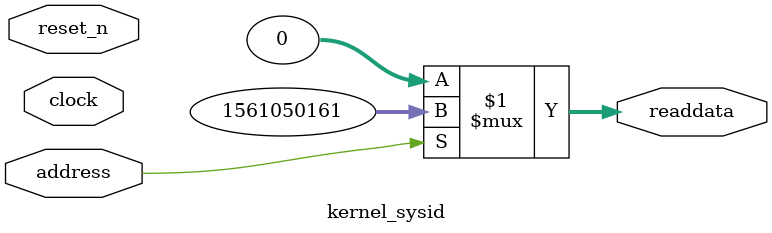
<source format=v>



// synthesis translate_off
`timescale 1ns / 1ps
// synthesis translate_on

// turn off superfluous verilog processor warnings 
// altera message_level Level1 
// altera message_off 10034 10035 10036 10037 10230 10240 10030 

module kernel_sysid (
               // inputs:
                address,
                clock,
                reset_n,

               // outputs:
                readdata
             )
;

  output  [ 31: 0] readdata;
  input            address;
  input            clock;
  input            reset_n;

  wire    [ 31: 0] readdata;
  //control_slave, which is an e_avalon_slave
  assign readdata = address ? 1561050161 : 0;

endmodule



</source>
